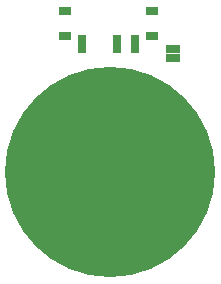
<source format=gbp>
G04*
G04 #@! TF.GenerationSoftware,Altium Limited,Altium Designer,21.8.1 (53)*
G04*
G04 Layer_Color=128*
%FSLAX25Y25*%
%MOIN*%
G70*
G04*
G04 #@! TF.SameCoordinates,FF865A40-9ECA-49BB-A520-BFC7B97F7BDB*
G04*
G04*
G04 #@! TF.FilePolarity,Positive*
G04*
G01*
G75*
%ADD36C,0.70079*%
%ADD37R,0.03937X0.03150*%
%ADD38R,0.02756X0.05906*%
%ADD39R,0.05000X0.02500*%
D36*
X56500Y152000D02*
D03*
D37*
X41535Y197366D02*
D03*
Y205634D02*
D03*
X70276D02*
D03*
Y197366D02*
D03*
D38*
X64764Y194610D02*
D03*
X58858D02*
D03*
X47047D02*
D03*
D39*
X77500Y193100D02*
D03*
Y189900D02*
D03*
M02*

</source>
